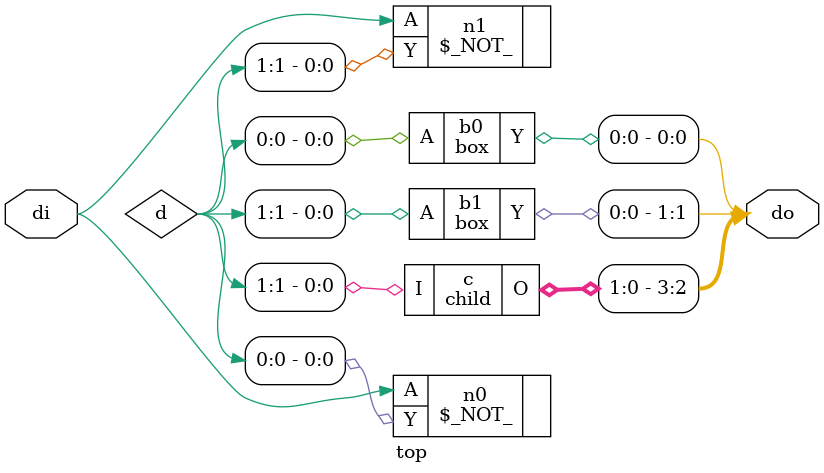
<source format=v>

(* blackbox *)
module box(
    (* invertible_pin="INV_A" *)
    input  wire A,
    output wire Y
);

    parameter [0:0] INV_A = 1'b0;

endmodule

(* keep_hierarchy *)
module child (
    input  wire       I,
    output wire [1:0] O
);

    wire d;

    \$_NOT_ n (.A(I), .Y(d));

    box b0 (.A(I), .Y(O[0]));
    box b1 (.A(d), .Y(O[1]));

endmodule


module top(
    input  wire       di,
    output wire [4:0] do
);

    wire [1:0] d;

    \$_NOT_ n0 (.A(di), .Y(d[0]));
    \$_NOT_ n1 (.A(di), .Y(d[1]));

    box   b0 (.A(d[0]), .Y(do[0]));
    box   b1 (.A(d[1]), .Y(do[1]));
    child c  (.I(d[1]), .O({do[3], do[2]}));

endmodule

</source>
